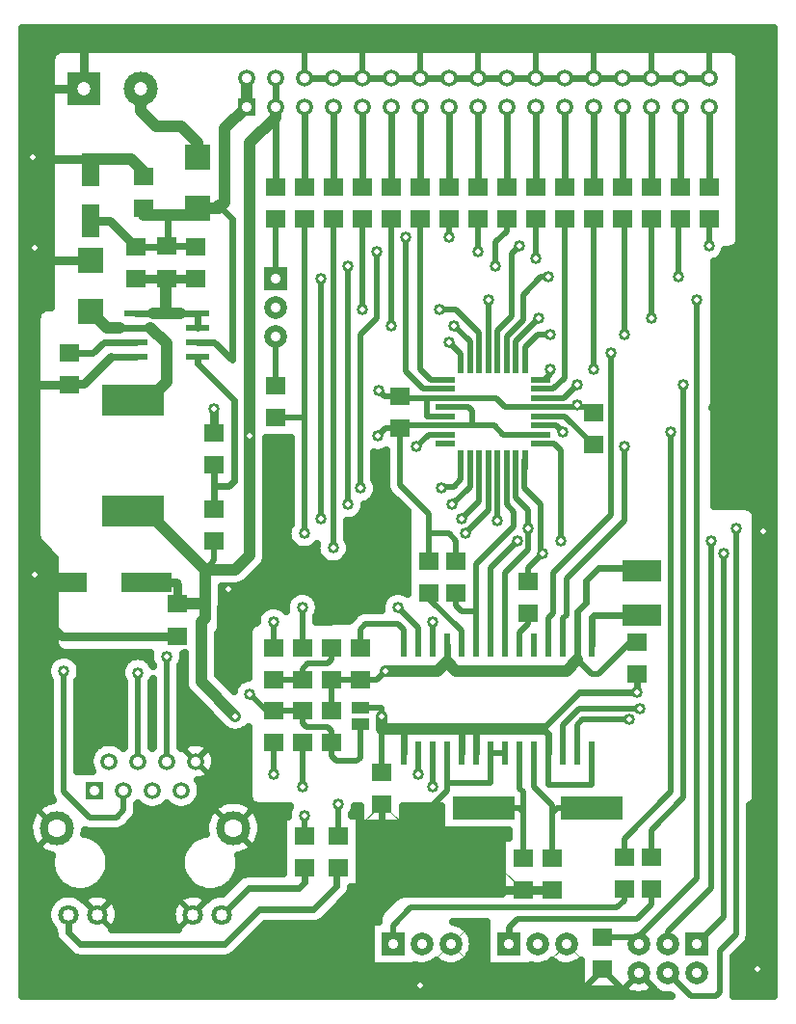
<source format=gbr>
G04 DipTrace 3.0.0.1*
G04 Top.gbr*
%MOMM*%
G04 #@! TF.FileFunction,Copper,L1,Top*
G04 #@! TF.Part,Single*
%ADD47C,0.48567*%
%ADD49C,0.9*%
%ADD50C,1.6*%
%ADD51C,1.02*%
%ADD52C,0.889*%
%ADD53C,1.2*%
G04 #@! TA.AperFunction,Conductor*
%ADD13C,0.6*%
%ADD14C,1.0*%
%ADD15C,0.8*%
%ADD16C,0.5*%
G04 #@! TA.AperFunction,CopperBalancing*
%ADD17C,0.635*%
%ADD19C,0.03333*%
%ADD21R,1.6X2.95*%
%ADD22R,1.8X1.6*%
%ADD23R,3.4X1.9*%
%ADD25R,4.4X1.8*%
%ADD27R,1.7X0.5*%
%ADD28R,0.5X1.7*%
%ADD29R,0.6X2.0*%
G04 #@! TA.AperFunction,ComponentPad*
%ADD30R,1.5X1.5*%
%ADD31C,1.5*%
%ADD32C,3.0*%
%ADD33C,1.8*%
%ADD34R,5.4X2.8*%
%ADD35R,1.55X1.0*%
%ADD36R,2.0X0.6*%
%ADD38R,2.2X2.3*%
G04 #@! TA.AperFunction,ComponentPad*
%ADD39R,1.4986X1.4986*%
%ADD40C,1.4986*%
%ADD41R,2.0X2.0*%
%ADD42C,2.0*%
%ADD43R,3.0X3.0*%
%ADD45R,5.5X2.0*%
G04 #@! TA.AperFunction,ViaPad*
%ADD46C,1.016X0.48567*%
%FSLAX35Y35*%
G04*
G71*
G90*
G75*
G01*
G04 Top*
%LPD*%
X2809873Y-1015960D2*
D13*
Y-1720250D1*
X2809877D1*
X1397197Y-1905157D2*
D14*
Y-1968657D1*
X1613803D1*
X1815443D1*
X1873447Y-1910653D1*
X2058513D1*
X2111373Y-1857793D1*
Y-1206500D1*
X2301873Y-1016000D1*
Y-761960D1*
X1333697Y-2244390D2*
D13*
X1597817D1*
X1600693Y-2241513D1*
X1854693D1*
X1857570Y-2244390D1*
X1613803Y-1968657D2*
Y-2228403D1*
X1600693Y-2241513D1*
X1873640Y-3080047D2*
X2016880D1*
X2175103Y-3238270D1*
Y-2000480D1*
X2058513Y-1883890D1*
D14*
Y-1910653D1*
X1333697Y-2244390D2*
D15*
X1105643Y-2016337D1*
X936723D1*
X2555873Y-1015960D2*
D13*
Y-761960D1*
Y-1015960D2*
Y-1720250D1*
X2555877D1*
X1301887Y-4568127D2*
D14*
X1424877D1*
X1936750Y-5080000D1*
X2206623D1*
X2333623Y-4953000D1*
Y-3909310D1*
Y-1333503D1*
X2555873Y-1111253D1*
Y-1015960D1*
X1936750Y-5080000D2*
Y-5509203D1*
Y-5382190D1*
X1698803D1*
X2016127Y-4826000D2*
D16*
Y-5000623D1*
X1936750Y-5080000D1*
X3905250Y-5003500D2*
Y-4776653D1*
Y-4587873D1*
X3651250Y-4333873D1*
Y-3841750D1*
X4143373Y-5003500D2*
Y-4826000D1*
X4079873Y-4762500D1*
X3919403D1*
X3905250Y-4776653D1*
X1936750Y-5509203D2*
D14*
X1904763Y-5541190D1*
Y-6064450D1*
X2206857Y-6366543D1*
X3492500D2*
Y-6477000D1*
X3683000D1*
X4191000D1*
X4307960D1*
X4905377D1*
D13*
X4953000Y-6524623D1*
Y-6686750D1*
X3683000D2*
Y-6477000D1*
X4191000Y-6686750D2*
Y-6477000D1*
X4318000Y-6686750D2*
Y-6487040D1*
X4307960Y-6477000D1*
X4905377D2*
X5222877Y-6159500D1*
X5730877D1*
Y-6000750D1*
X4048123Y-3813127D2*
D16*
X4286250D1*
X4479877D1*
X4559877Y-3893127D1*
X4888123D1*
X4048123Y-3813127D2*
X3679873D1*
X3651250Y-3841750D1*
X3524250D1*
X3456690Y-3909310D1*
X4048123Y-3653127D2*
X4256377D1*
X4286250Y-3683000D1*
Y-3813127D1*
X3492500Y-6858000D2*
Y-6477000D1*
X4953000Y-6686750D2*
Y-6969857D1*
X5334560D1*
Y-6687310D1*
X5334000Y-6686750D1*
X3302000Y-6290873D2*
X3492500D1*
Y-6366543D1*
X1698803Y-5382190D2*
D15*
Y-5207547D1*
X1682927Y-5191670D1*
X1422697D1*
X3063877Y-1720250D2*
D13*
Y-1015960D1*
X3063873D1*
X3317877Y-1720250D2*
Y-1015960D1*
X3317873D1*
X3571877Y-1720250D2*
Y-1015960D1*
X3571873D1*
X3825877Y-1720250D2*
Y-1015960D1*
X3825873D1*
X4079877Y-1720250D2*
Y-1015960D1*
X4079873D1*
X4333877Y-1720250D2*
Y-1015960D1*
X4333873D1*
X4587877Y-1720250D2*
Y-1015960D1*
X4587873D1*
X4841877Y-1720250D2*
Y-1015960D1*
X4841873D1*
X5095873Y-1720250D2*
Y-1015960D1*
X5349877Y-1720250D2*
Y-1015960D1*
X5349873D1*
X5603877Y-1720250D2*
Y-1015960D1*
X5603873D1*
X5857877Y-1720250D2*
Y-1015960D1*
X5857873D1*
X6365877Y-1720250D2*
Y-1015960D1*
X6365873D1*
X1333640Y-2953047D2*
X1079600D1*
X936723Y-2810170D1*
X1333640Y-2953047D2*
X1460797D1*
D14*
X1603373Y-3095623D1*
Y-3429003D1*
X1444250Y-3588127D1*
X1301887D1*
X1333640Y-2953047D2*
D13*
X1183640D1*
D14*
X1079600D1*
X936723Y-2810170D1*
X4604233Y-8367003D2*
D13*
Y-8224113D1*
D16*
X4683617Y-8144730D1*
X5731477D1*
X5857877Y-8018330D1*
Y-7884127D1*
X2555873Y-3466500D2*
Y-3032123D1*
Y-2524123D2*
X2555877D1*
Y-2000250D1*
X2809877D2*
Y-3746500D1*
Y-4763000D1*
X4223193D2*
X4428123Y-4558070D1*
Y-4113127D1*
X2555873Y-3746500D2*
X2809877D1*
X5429820Y-8589277D2*
D13*
X5271053Y-8748043D1*
X5747407Y-8621003D2*
X5604477Y-8763933D1*
X5429820Y-8589277D1*
X5747407Y-8621003D2*
X5874367Y-8747963D1*
Y-8795673D1*
X5207000Y-5746750D2*
Y-5446243D1*
X5286930Y-5366313D1*
Y-5174697D1*
X5397500Y-5064127D1*
X5755750D1*
D16*
X5778500Y-5086877D1*
X4888123Y-3653127D2*
X5190177D1*
X5207547D1*
X5301253D1*
X5349877Y-3701750D1*
X3302000Y-6045500D2*
X3048000D1*
Y-6318250D1*
X4048123Y-3573127D2*
X4493877D1*
X4573877Y-3653127D1*
X4888123D1*
X4048123Y-3573127D2*
X3889377D1*
Y-3733127D1*
X4048123D1*
X5207000Y-5746750D2*
D13*
Y-5873750D1*
D14*
X5111750Y-5969000D1*
X4143377D1*
X4064000Y-5889623D1*
D13*
Y-5746750D1*
X5207000Y-5873750D2*
D16*
X5334000Y-6000750D1*
X5397500D1*
X5677500Y-5720750D1*
X5730877D1*
X3302000Y-6045500D2*
X3447750D1*
X3524250Y-5969000D1*
D14*
X3984623D1*
X4064000Y-5889623D1*
X2809873Y-761960D2*
D13*
X3063873D1*
X3317873D1*
X3571873D1*
X3825873D1*
X4079873D1*
X4333873D2*
X4079873D1*
X4587873D2*
X4333873D1*
X4841873D2*
X4587873D1*
X5095873D2*
X4841873D1*
X5349873D2*
X5095873D1*
X5603873D2*
X5349873D1*
X5857873D2*
X5603873D1*
X6111873D2*
X5857873D1*
X6365873D2*
X6111873D1*
X1397197Y-1625157D2*
D14*
Y-1587657D1*
X1286070Y-1476530D1*
X936723D1*
X920950D1*
D15*
X492177D1*
X936723Y-2360170D2*
X566107D1*
X476300Y-2270363D1*
X444547Y-2254487D1*
X1333640Y-3207047D2*
D13*
X1111407D1*
D15*
X873217Y-3445237D1*
X756300D1*
X746203Y-3455333D1*
X470520D1*
X412793Y-3397607D1*
X2016127Y-3879250D2*
Y-3667720D1*
X2016337Y-3667510D1*
X1698803Y-5662190D2*
Y-5667970D1*
X682697D1*
X444547Y-5429820D1*
X3651250Y-3561750D2*
D16*
X3514120D1*
X3461113Y-3508743D1*
X3889377Y-3573127D2*
X3662627D1*
X3651250Y-3561750D1*
X5207547Y-3635757D2*
Y-3653127D1*
X5190177D2*
X5207547Y-3635757D1*
X3524620Y-5969627D2*
X3524250Y-5969000D1*
X4572000Y-6686750D2*
X4445000D1*
Y-6953980D1*
X4064427D1*
Y-6687177D1*
X4064000Y-6686750D1*
X4064427Y-6953980D2*
Y-7017487D1*
X3937413Y-7144500D1*
X4985247Y-7890703D2*
D15*
X4731247D1*
X4461343D1*
X993477Y-8109487D2*
D16*
Y-8103853D1*
X1127243Y-7970087D1*
X993477Y-8106223D2*
X857340Y-7970087D1*
X993477Y-8109487D2*
X996740D1*
X1127243Y-8239990D1*
X1832477Y-8109487D2*
Y-8103760D1*
X1682927Y-7954210D1*
X1832477Y-8106317D2*
X1968707Y-7970087D1*
X1832477Y-8109487D2*
X1829307D1*
X1698803Y-8239990D1*
X638477Y-7347487D2*
X396917Y-7589047D1*
X638477Y-7347487D2*
X631657D1*
X381040Y-7096870D1*
X2187477Y-7347487D2*
X2194390D1*
X2365623Y-7176253D1*
X2187477Y-7347487D2*
X2187570D1*
X2349747Y-7509663D1*
X2187477Y-7347393D2*
X2000460Y-7160377D1*
X2809873Y-761960D2*
Y-460423D1*
X3317873D1*
X3825873D1*
X4333873D1*
X4841873D1*
X5349873D1*
X5857873D1*
X6366543D1*
Y-761290D1*
X6365873Y-761960D1*
X5857873D2*
Y-460423D1*
X5349873Y-761960D2*
Y-460423D1*
X4841873Y-761960D2*
Y-460423D1*
X4333873Y-761960D2*
Y-460423D1*
X3825873Y-761960D2*
Y-460423D1*
X3317873Y-761960D2*
Y-460423D1*
X1857477Y-6763487D2*
Y-6762853D1*
X1746250Y-6651627D1*
X1857477Y-6762647D2*
X1984373Y-6635750D1*
X1858110Y-6763487D2*
X2000250Y-6905627D1*
X3492500Y-7138000D2*
D13*
X3492867Y-7138367D1*
Y-7414403D1*
X3524620D1*
X873127Y-857250D2*
D15*
X873037Y-857340D1*
X476300D1*
X873217Y-857160D2*
Y-444547D1*
X936723Y-1566337D2*
Y-1476530D1*
X682697Y-5191670D2*
X619190Y-5128163D1*
X444547D1*
X3571877Y-2000250D2*
D16*
Y-2936877D1*
X4127503D2*
X4268123Y-3077497D1*
Y-3273127D1*
X4188123D2*
Y-3187893D1*
X4080303Y-3080073D1*
X5509203Y-3175333D2*
Y-4603173D1*
X5001150Y-5111227D1*
Y-5461573D1*
X4953520Y-5509203D1*
Y-5746230D1*
X4953000Y-5746750D1*
X3825877Y-2000250D2*
Y-3317877D1*
X3921127Y-3413127D1*
X4048123D1*
X4079877Y-2000250D2*
Y-2159227D1*
X3699263D2*
Y-3334137D1*
X3858253Y-3493127D1*
X4048123D1*
X4333877Y-2000250D2*
Y-2286000D1*
X3445237D2*
Y-2873677D1*
X3302000Y-3016913D1*
Y-4366083D1*
X4016797D2*
Y-4350207D1*
X4127933D1*
X4188123Y-4290017D1*
Y-4113127D1*
X4268123D2*
Y-4352907D1*
X4112057Y-4508973D1*
X3191210D2*
Y-2413253D1*
X4493097D2*
Y-2206857D1*
X4588357Y-2111597D1*
Y-2000730D1*
X4587877Y-2000250D1*
X4348123Y-4113127D2*
Y-4479303D1*
X4191440Y-4635987D1*
X2952750D2*
Y-2524390D1*
X4842383Y-2349747D2*
Y-2000757D1*
X4841877Y-2000250D1*
X3063877D2*
Y-4890013D1*
X4508123Y-4652713D2*
Y-4113127D1*
X3317877Y-2000250D2*
Y-2794000D1*
X4000500D2*
X4143517D1*
X4348123Y-2998607D1*
Y-3273127D1*
X4888123Y-3413127D2*
X4921247D1*
X4968873Y-3365500D1*
Y-3317873D1*
X5349877D2*
Y-2000250D1*
X4748123Y-3273127D2*
Y-3125877D1*
X4857750Y-3016250D1*
X4968873D1*
X5619750D2*
Y-2000250D1*
X5603877D1*
X4668123Y-3273127D2*
Y-3078877D1*
X4873323Y-2873677D1*
X5857877D2*
Y-2000250D1*
X5095873D2*
Y-3397253D1*
X5000000Y-3493127D1*
X4888123D1*
X4588123Y-3273127D2*
Y-3031877D1*
X4730750Y-2889250D1*
Y-2667000D1*
X4889237Y-2508513D1*
X4953520D1*
X6096640D2*
Y-2000250D1*
X6111877D1*
X4508123Y-3273127D2*
Y-2984877D1*
X4635500Y-2857500D1*
Y-2302607D1*
X4699730Y-2238377D1*
X6365873D2*
Y-2000250D1*
X6365877D1*
X4888123Y-3733127D2*
X5101253D1*
X5349877Y-3981750D1*
X4318000Y-5746750D2*
Y-5445123D1*
Y-5032373D1*
X4651373Y-4699000D1*
Y-4571997D1*
X4588123Y-4508747D1*
Y-4113127D1*
X4143373Y-5283500D2*
Y-5397497D1*
X4191000Y-5445123D1*
X4318000D1*
X4445000Y-5746750D2*
Y-5064123D1*
X4683123Y-4826000D1*
X6381750D2*
Y-7874000D1*
X6001407Y-8254343D1*
Y-8367003D1*
X4888123Y-3973127D2*
X5005000D1*
X5064127Y-4032253D1*
Y-4826000D1*
X4572000Y-5746750D2*
Y-5111750D1*
X4778373Y-4905377D1*
Y-4714873D1*
Y-4556123D1*
X4667250Y-4445000D1*
Y-4114000D1*
X4668123Y-4113127D1*
X6604000Y-4714873D2*
Y-8286753D1*
X6461127Y-8429627D1*
Y-8794747D1*
X6429373Y-8826500D1*
X6206903D1*
X6001407Y-8621003D1*
X4699000Y-5746750D2*
Y-5635623D1*
X4778373Y-5556250D1*
Y-5461000D1*
Y-5181000D2*
Y-5064127D1*
X4889500Y-4953000D1*
Y-4508500D1*
X4746627Y-4365627D1*
Y-4114623D1*
X4748123Y-4113127D1*
X4889500Y-4953000D2*
X4907513Y-4934987D1*
X6492873D2*
Y-8129537D1*
X6255407Y-8367003D1*
X2810170Y-7700183D2*
D13*
Y-7827197D1*
X2762540Y-7874827D1*
X2321137D1*
X2086477Y-8109487D1*
X5747407Y-8367003D2*
D16*
Y-8301967D1*
X6255407Y-7793967D1*
Y-2714910D1*
X4429127D2*
Y-3272123D1*
X4428123Y-3273127D1*
X5429820Y-8309277D2*
X5689680D1*
X5747407Y-8367003D1*
X3588180D2*
Y-8208183D1*
X3746893Y-8049470D1*
X5556833D1*
X5619750Y-7986553D1*
Y-7884127D1*
X4888123Y-3813127D2*
X5019627D1*
X5080000Y-3873500D1*
X6032500D2*
Y-7032627D1*
X5619750Y-7445377D1*
Y-7604127D1*
X4888123Y-3573127D2*
X5094623D1*
X5207000Y-3460750D1*
X6143623D2*
Y-7080253D1*
X5857877Y-7366000D1*
Y-7604127D1*
X2540000Y-6873873D2*
Y-6601127D1*
X3810000Y-6873873D2*
Y-6686750D1*
X3937000Y-6985000D2*
Y-6686750D1*
X2794857Y-6985000D2*
Y-6601983D1*
X2794000Y-6601127D1*
X1333697Y-2524390D2*
D15*
X1597817D1*
X1600693Y-2521513D1*
X1857570Y-2524390D2*
X1600693D1*
X1873640Y-2953047D2*
D13*
Y-2826047D1*
X1333640D2*
X1483640D1*
D14*
X1597337D1*
X1723640D1*
D13*
X1873640D1*
X1597337D2*
D14*
Y-2524870D1*
X1600693Y-2521513D1*
X4731247Y-7610703D2*
D16*
Y-7207747D1*
X4699000Y-7175500D1*
X4384000D1*
X4731247Y-7207747D2*
Y-7033123D1*
X4699000Y-7000877D1*
Y-6686750D1*
X2016127Y-4546000D2*
D13*
Y-4349750D1*
Y-4159250D1*
X1873640Y-3207047D2*
Y-3270787D1*
X2190750Y-3587897D1*
Y-4301667D1*
X2142667Y-4349750D1*
X2016127D1*
X4985247Y-7610703D2*
D16*
Y-7222630D1*
X5032377Y-7175500D1*
X5334000D1*
X4985247Y-7222630D2*
Y-7144247D1*
X4826000Y-6985000D1*
Y-6686750D1*
X1373127Y-857250D2*
D14*
Y-1055630D1*
X1508123Y-1190627D1*
X1730377D1*
X1873447Y-1333697D1*
Y-1460653D1*
X1333640Y-3080047D2*
D13*
X1047887D1*
X952600Y-3175333D1*
X746203D1*
X5334000Y-5746750D2*
Y-5493887D1*
X5351010Y-5476877D1*
X5778500D1*
X4048123Y-3893127D2*
D16*
X3902317D1*
X3794523Y-4000920D1*
X5620340D2*
Y-4650787D1*
X5112287Y-5158840D1*
Y-5477450D1*
X5080533Y-5509203D1*
Y-5746217D1*
X5080000Y-5746750D1*
X3905250Y-5283500D2*
Y-5334000D1*
X4191000Y-5619750D1*
Y-5746750D1*
X3302000Y-5765500D2*
Y-5603873D1*
X3349623Y-5556250D1*
X3635377D1*
X3683000Y-5603873D1*
Y-5746750D1*
X2794000Y-6045500D2*
X2540000D1*
X2794000D2*
Y-5953127D1*
X2841627Y-5905500D1*
X3016250D1*
X3048000Y-5873750D1*
Y-5765500D1*
X2794000D2*
Y-5413377D1*
X3635377D2*
X3810000Y-5588000D1*
Y-5746750D1*
X698573Y-5969627D2*
Y-7033363D1*
X920847Y-7255637D1*
X1158997D1*
X1222503Y-7192130D1*
Y-7017513D1*
X1222477Y-7017487D1*
X3937000Y-5746750D2*
Y-5540377D1*
X2540000D2*
Y-5765500D1*
X1603377Y-5842000D2*
Y-6763387D1*
X1603477Y-6763487D1*
X3048000Y-6598250D2*
Y-6715123D1*
X3095627Y-6762750D1*
X3270250D1*
X3302000Y-6731000D1*
Y-6440873D1*
X2794000Y-6321127D2*
Y-6429377D1*
X2825750Y-6461127D1*
X3016253D1*
X3048000Y-6492873D1*
Y-6598250D1*
X2540000Y-6321127D2*
X2794000D1*
X1349477Y-6763487D2*
Y-5984877D1*
X2333623Y-6175373D2*
X2479377Y-6321127D1*
X2540000D1*
X739477Y-8109487D2*
D13*
Y-8265017D1*
X841463Y-8367003D1*
X2111597D1*
X2413253Y-8065347D1*
X2889553D1*
X3095950Y-7858950D1*
Y-7710280D1*
X3108937Y-7697293D1*
X6111873Y-1015960D2*
Y-1720250D1*
X6111877D1*
X3108937Y-7417293D2*
D16*
Y-7143750D1*
X5667377Y-6397627D2*
X5254623D1*
X5207000Y-6445250D1*
Y-6686750D1*
X2810170Y-7420183D2*
Y-7239000D1*
X5762623Y-6302373D2*
X5222877D1*
X5080000Y-6445250D1*
Y-6686750D1*
D46*
X2206857Y-6366543D3*
X3492500D3*
X5730877Y-6159500D3*
X3456690Y-3909310D3*
X2333623D3*
X3492500Y-6366543D3*
X2809877Y-4763000D3*
X4223193D3*
X3571877Y-2936877D3*
X4127503D3*
X4080303Y-3080073D3*
X5509203Y-3175333D3*
X4079877Y-2159227D3*
X3699263D3*
X4333877Y-2286000D3*
X3445237D3*
X3302000Y-4366083D3*
X4016797D3*
X4112057Y-4508973D3*
X3191210D3*
Y-2413253D3*
X4493097D3*
X4191440Y-4635987D3*
X2952750D3*
Y-2524390D3*
X4842383Y-2349747D3*
X3063877Y-4890013D3*
X4508123Y-4652713D3*
X3317877Y-2794000D3*
X4000500D3*
X4968873Y-3317873D3*
X5349877D3*
X4968873Y-3016250D3*
X5619750D3*
X4873323Y-2873677D3*
X5857877D3*
X4953520Y-2508513D3*
X6096640D3*
X4699730Y-2238377D3*
X6365873D3*
X4683123Y-4826000D3*
X6381750D3*
X5064127D3*
X6604000Y-4714873D3*
X4778373D3*
X4907513Y-4934987D3*
X6492873D3*
X6255407Y-2714910D3*
X4429127D3*
X5080000Y-3873500D3*
X6032500D3*
X5207000Y-3460750D3*
X6143623D3*
X2540000Y-6873873D3*
X3810000D3*
X3937000Y-6985000D3*
X2794857D3*
X3794523Y-4000920D3*
X5620340D3*
X2794000Y-5413377D3*
X3635377D3*
X698573Y-5969627D3*
X2794000Y-5413377D3*
X3937000Y-5540377D3*
X2540000D3*
X1603377Y-5842000D3*
X1349477Y-5984877D3*
X2333623Y-6175373D3*
X3108937Y-7143750D3*
X5667377Y-6397627D3*
X2810170Y-7239000D3*
X5762623Y-6302373D3*
X2016337Y-3667510D3*
X3461113Y-3508743D3*
X6842843Y-4747123D3*
X6795213Y-8589277D3*
X444547Y-5128163D3*
Y-2254487D3*
X428670Y-1460653D3*
X5207547Y-3635757D3*
X3524620Y-5969627D3*
X2143350Y-5255177D3*
X3826277Y-8732167D3*
X342287Y-383167D2*
D17*
X6928500D1*
X342287Y-446333D2*
X6928500D1*
X342287Y-509500D2*
X666930D1*
X6556977D2*
X6928500D1*
X342287Y-572667D2*
X587183D1*
X6636723D2*
X6928500D1*
X342287Y-635833D2*
X582097D1*
X6641807D2*
X6928500D1*
X342287Y-699000D2*
X582097D1*
X6641807D2*
X6928500D1*
X342287Y-762167D2*
X582097D1*
X6641807D2*
X6928500D1*
X342287Y-825333D2*
X582097D1*
X6641807D2*
X6928500D1*
X342287Y-888500D2*
X582097D1*
X6641807D2*
X6928500D1*
X342287Y-951667D2*
X582097D1*
X6641807D2*
X6928500D1*
X342287Y-1014833D2*
X582097D1*
X6641807D2*
X6928500D1*
X342287Y-1078000D2*
X582097D1*
X6641807D2*
X6928500D1*
X342287Y-1141167D2*
X582097D1*
X6641807D2*
X6928500D1*
X342287Y-1204333D2*
X582097D1*
X6641807D2*
X6928500D1*
X342287Y-1267500D2*
X582097D1*
X6641807D2*
X6928500D1*
X342287Y-1330667D2*
X582097D1*
X6641807D2*
X6928500D1*
X342287Y-1393833D2*
X582097D1*
X6641807D2*
X6928500D1*
X342287Y-1457000D2*
X582097D1*
X6641807D2*
X6928500D1*
X342287Y-1520167D2*
X582097D1*
X6641807D2*
X6928500D1*
X342287Y-1583333D2*
X582097D1*
X6641807D2*
X6928500D1*
X342287Y-1646500D2*
X582097D1*
X6641807D2*
X6928500D1*
X342287Y-1709667D2*
X582097D1*
X6641807D2*
X6928500D1*
X342287Y-1772833D2*
X582097D1*
X6641807D2*
X6928500D1*
X342287Y-1836000D2*
X582097D1*
X6641807D2*
X6928500D1*
X342287Y-1899167D2*
X582097D1*
X6641807D2*
X6928500D1*
X342287Y-1962333D2*
X582097D1*
X6641807D2*
X6928500D1*
X342287Y-2025500D2*
X582097D1*
X6641807D2*
X6928500D1*
X342287Y-2088667D2*
X582097D1*
X6641807D2*
X6928500D1*
X342287Y-2151833D2*
X582097D1*
X6641807D2*
X6928500D1*
X342287Y-2215000D2*
X582097D1*
X6633003D2*
X6928500D1*
X342287Y-2278167D2*
X582097D1*
X6511707D2*
X6928500D1*
X342287Y-2341333D2*
X582097D1*
X6474500D2*
X6928500D1*
X342287Y-2404500D2*
X582097D1*
X6419557D2*
X6928500D1*
X342287Y-2467667D2*
X582097D1*
X6419557D2*
X6928500D1*
X342287Y-2530833D2*
X582097D1*
X6419557D2*
X6928500D1*
X342287Y-2594000D2*
X582097D1*
X6419557D2*
X6928500D1*
X342287Y-2657167D2*
X582097D1*
X6419557D2*
X6928500D1*
X342287Y-2720333D2*
X582097D1*
X6419557D2*
X6928500D1*
X342287Y-2783500D2*
X521823D1*
X6419557D2*
X6928500D1*
X342287Y-2846667D2*
X458943D1*
X6419557D2*
X6928500D1*
X342287Y-2909833D2*
X455097D1*
X6419557D2*
X6928500D1*
X342287Y-2973000D2*
X455097D1*
X6419557D2*
X6928500D1*
X342287Y-3036167D2*
X455097D1*
X6419557D2*
X6928500D1*
X342287Y-3099333D2*
X455097D1*
X6419557D2*
X6928500D1*
X342287Y-3162500D2*
X455097D1*
X6419557D2*
X6928500D1*
X342287Y-3225667D2*
X455097D1*
X6419557D2*
X6928500D1*
X342287Y-3288833D2*
X455097D1*
X6419557D2*
X6928500D1*
X342287Y-3352000D2*
X455097D1*
X6419557D2*
X6928500D1*
X342287Y-3415167D2*
X455097D1*
X6419557D2*
X6928500D1*
X342287Y-3478333D2*
X455097D1*
X6419557D2*
X6928500D1*
X342287Y-3541500D2*
X455097D1*
X6419557D2*
X6928500D1*
X342287Y-3604667D2*
X455097D1*
X6419557D2*
X6928500D1*
X342287Y-3667833D2*
X455097D1*
X6406783D2*
X6928500D1*
X342287Y-3731000D2*
X455097D1*
X6419557D2*
X6928500D1*
X342287Y-3794167D2*
X455097D1*
X6419557D2*
X6928500D1*
X342287Y-3857333D2*
X455097D1*
X6419557D2*
X6928500D1*
X342287Y-3920500D2*
X455097D1*
X6419557D2*
X6928500D1*
X342287Y-3983667D2*
X455097D1*
X2484293D2*
X2684293D1*
X6419557D2*
X6928500D1*
X342287Y-4046833D2*
X455097D1*
X2484293D2*
X2684293D1*
X6419557D2*
X6928500D1*
X342287Y-4110000D2*
X455097D1*
X2484293D2*
X2684293D1*
X3427617D2*
X3525670D1*
X6419557D2*
X6928500D1*
X342287Y-4173167D2*
X455097D1*
X2484293D2*
X2684293D1*
X3427617D2*
X3525670D1*
X6419557D2*
X6928500D1*
X342287Y-4236333D2*
X455097D1*
X2484293D2*
X2684293D1*
X3427617D2*
X3525670D1*
X6419557D2*
X6928500D1*
X342287Y-4299500D2*
X455097D1*
X2484293D2*
X2684293D1*
X3437290D2*
X3525670D1*
X6419557D2*
X6928500D1*
X342287Y-4362667D2*
X455097D1*
X2484293D2*
X2684293D1*
X3453413D2*
X3529143D1*
X6419557D2*
X6928500D1*
X342287Y-4425833D2*
X455097D1*
X2484293D2*
X2684293D1*
X3440513D2*
X3568210D1*
X6419557D2*
X6928500D1*
X342287Y-4489000D2*
X455097D1*
X2484293D2*
X2684293D1*
X3385450D2*
X3631337D1*
X6419557D2*
X6928500D1*
X342287Y-4552167D2*
X455097D1*
X2484293D2*
X2684293D1*
X3336087D2*
X3694467D1*
X6755787D2*
X6928500D1*
X342287Y-4615333D2*
X455097D1*
X2484293D2*
X2684293D1*
X3296277D2*
X3709720D1*
X6784560D2*
X6928500D1*
X342287Y-4678500D2*
X455097D1*
X2484293D2*
X2684293D1*
X3189490D2*
X3709720D1*
X6784683D2*
X6928500D1*
X342287Y-4741667D2*
X455097D1*
X2484293D2*
X2659987D1*
X3189490D2*
X3709720D1*
X6784683D2*
X6928500D1*
X342287Y-4804833D2*
X458693D1*
X2484293D2*
X2664573D1*
X3189490D2*
X3709720D1*
X6784683D2*
X6928500D1*
X342287Y-4868000D2*
X505080D1*
X2484293D2*
X2703393D1*
X3213677D2*
X3709720D1*
X6784683D2*
X6928500D1*
X342287Y-4931167D2*
X568330D1*
X2484293D2*
X2918450D1*
X3209337D2*
X3709720D1*
X6784683D2*
X6928500D1*
X342287Y-4994333D2*
X613847D1*
X2478217D2*
X2956650D1*
X3171013D2*
X3709720D1*
X6784683D2*
X6928500D1*
X342287Y-5057500D2*
X613847D1*
X2439523D2*
X3709720D1*
X6784683D2*
X6928500D1*
X342287Y-5120667D2*
X613847D1*
X2376393D2*
X3709720D1*
X6784683D2*
X6928500D1*
X342287Y-5183833D2*
X613847D1*
X2313143D2*
X3709720D1*
X6784683D2*
X6928500D1*
X342287Y-5247000D2*
X613723D1*
X2087420D2*
X3709720D1*
X6784683D2*
X6928500D1*
X342287Y-5310167D2*
X613723D1*
X2087420D2*
X2685660D1*
X2902377D2*
X3527033D1*
X6784683D2*
X6928500D1*
X342287Y-5373333D2*
X613723D1*
X2087420D2*
X2648203D1*
X2939833D2*
X3489580D1*
X6784683D2*
X6928500D1*
X342287Y-5436500D2*
X613723D1*
X2087420D2*
X2432403D1*
X2943553D2*
X3485733D1*
X6784683D2*
X6928500D1*
X342287Y-5499667D2*
X613723D1*
X2087420D2*
X2394327D1*
X2919617D2*
X3231113D1*
X6784683D2*
X6928500D1*
X342287Y-5562833D2*
X613723D1*
X2087297D2*
X2347693D1*
X6784683D2*
X6928500D1*
X342287Y-5626000D2*
X613723D1*
X2069437D2*
X2313217D1*
X6784683D2*
X6928500D1*
X342287Y-5689167D2*
X613723D1*
X2055420D2*
X2312597D1*
X6784683D2*
X6928500D1*
X342287Y-5752333D2*
X621413D1*
X2055420D2*
X2312597D1*
X6784683D2*
X6928500D1*
X342287Y-5815500D2*
X1454353D1*
X2055420D2*
X2312597D1*
X6784683D2*
X6928500D1*
X342287Y-5878667D2*
X579243D1*
X817917D2*
X1244257D1*
X2055420D2*
X2312597D1*
X6784683D2*
X6928500D1*
X342287Y-5941833D2*
X549850D1*
X847310D2*
X1204570D1*
X1728990D2*
X1754090D1*
X2055420D2*
X2312597D1*
X6784683D2*
X6928500D1*
X342287Y-6005000D2*
X551463D1*
X845697D2*
X1199487D1*
X1728990D2*
X1754090D1*
X2055670D2*
X2312597D1*
X6784683D2*
X6928500D1*
X342287Y-6068167D2*
X572920D1*
X824240D2*
X1223793D1*
X1728990D2*
X1754090D1*
X2118920D2*
X2229500D1*
X6784683D2*
X6928500D1*
X342287Y-6131333D2*
X572920D1*
X824240D2*
X1223793D1*
X1728990D2*
X1770613D1*
X6784683D2*
X6928500D1*
X342287Y-6194500D2*
X572920D1*
X824240D2*
X1223793D1*
X1728990D2*
X1824440D1*
X6784683D2*
X6928500D1*
X342287Y-6257667D2*
X572920D1*
X824240D2*
X1223793D1*
X1728990D2*
X1887567D1*
X6784683D2*
X6928500D1*
X342287Y-6320833D2*
X572920D1*
X824240D2*
X1223793D1*
X1728990D2*
X1950697D1*
X6784683D2*
X6928500D1*
X342287Y-6384000D2*
X572920D1*
X824240D2*
X1223793D1*
X1728990D2*
X2013947D1*
X6784683D2*
X6928500D1*
X342287Y-6447167D2*
X572920D1*
X824240D2*
X1223793D1*
X1728990D2*
X2077077D1*
X6784683D2*
X6928500D1*
X342287Y-6510333D2*
X572920D1*
X824240D2*
X1223793D1*
X1728990D2*
X2181130D1*
X2232520D2*
X2312597D1*
X6784683D2*
X6928500D1*
X342287Y-6573500D2*
X572920D1*
X824240D2*
X1223793D1*
X1728990D2*
X2312597D1*
X6784683D2*
X6928500D1*
X342287Y-6636667D2*
X572920D1*
X824240D2*
X976987D1*
X1975923D2*
X2312597D1*
X6784683D2*
X6928500D1*
X342287Y-6699833D2*
X572920D1*
X824240D2*
X932217D1*
X2020693D2*
X2312597D1*
X6784683D2*
X6928500D1*
X342287Y-6763000D2*
X572920D1*
X824240D2*
X919813D1*
X2033097D2*
X2312597D1*
X6784683D2*
X6928500D1*
X342287Y-6826167D2*
X572920D1*
X824240D2*
X931843D1*
X2021067D2*
X2312597D1*
X6784683D2*
X6928500D1*
X342287Y-6889333D2*
X572920D1*
X1977037D2*
X2312597D1*
X6784683D2*
X6928500D1*
X342287Y-6952500D2*
X572920D1*
X1893200D2*
X2312597D1*
X6784683D2*
X6928500D1*
X342287Y-7015667D2*
X572920D1*
X1906097D2*
X2312597D1*
X6784683D2*
X6928500D1*
X342287Y-7078833D2*
X581973D1*
X1894563D2*
X2313587D1*
X6783690D2*
X6928500D1*
X342287Y-7142000D2*
X499993D1*
X1851527D2*
X2049047D1*
X2325917D2*
X2352370D1*
X6744997D2*
X6928500D1*
X342287Y-7205167D2*
X433517D1*
X1347370D2*
X1982570D1*
X2392393D2*
X2662713D1*
X3246790D2*
X3301807D1*
X3683103D2*
X4008370D1*
X6729617D2*
X6928500D1*
X342287Y-7268333D2*
X401023D1*
X1320583D2*
X1950077D1*
X2424887D2*
X2619553D1*
X3683103D2*
X4008370D1*
X6729617D2*
X6928500D1*
X342287Y-7331500D2*
X388440D1*
X1258200D2*
X1937300D1*
X2437537D2*
X2619553D1*
X3299623D2*
X4008370D1*
X6729617D2*
X6928500D1*
X342287Y-7394667D2*
X392403D1*
X884517D2*
X1941393D1*
X2433570D2*
X2619553D1*
X3299623D2*
X4605667D1*
X6729617D2*
X6928500D1*
X342287Y-7457833D2*
X414170D1*
X1015360D2*
X1810673D1*
X2411740D2*
X2619553D1*
X3299623D2*
X4540553D1*
X6729617D2*
X6928500D1*
X342287Y-7521000D2*
X460183D1*
X1068443D2*
X1757590D1*
X2365727D2*
X2619553D1*
X3299623D2*
X4540553D1*
X6729617D2*
X6928500D1*
X342287Y-7584167D2*
X571680D1*
X1095357D2*
X1730553D1*
X2254353D2*
X2619553D1*
X3299623D2*
X4540553D1*
X6729617D2*
X6928500D1*
X342287Y-7647333D2*
X578377D1*
X1104533D2*
X1721377D1*
X2247533D2*
X2619553D1*
X3299623D2*
X4540553D1*
X6729617D2*
X6928500D1*
X342287Y-7710500D2*
X584950D1*
X1097960D2*
X1727950D1*
X2240960D2*
X2619553D1*
X3299623D2*
X4540553D1*
X6729617D2*
X6928500D1*
X342287Y-7773667D2*
X608763D1*
X1074273D2*
X1751763D1*
X2217273D2*
X2242533D1*
X3299623D2*
X4540553D1*
X6729617D2*
X6928500D1*
X342287Y-7836833D2*
X656387D1*
X1026647D2*
X1799387D1*
X3299623D2*
X4540553D1*
X6729617D2*
X6928500D1*
X342287Y-7900000D2*
X766767D1*
X916267D2*
X1909767D1*
X2059267D2*
X2113787D1*
X3219630D2*
X4540553D1*
X6729617D2*
X6928500D1*
X342287Y-7963167D2*
X621040D1*
X1111850D2*
X1714060D1*
X3173863D2*
X3603433D1*
X6729617D2*
X6928500D1*
X342287Y-8026333D2*
X568703D1*
X1164313D2*
X1661720D1*
X3110737D2*
X3540303D1*
X6729617D2*
X6928500D1*
X342287Y-8089500D2*
X549973D1*
X1183040D2*
X1642870D1*
X3047483D2*
X3479780D1*
X6729617D2*
X6928500D1*
X342287Y-8152667D2*
X553943D1*
X1178947D2*
X1646963D1*
X2984357D2*
X3457703D1*
X6729617D2*
X6928500D1*
X342287Y-8215833D2*
X582593D1*
X1150297D2*
X1675613D1*
X2444853D2*
X3387507D1*
X4224467D2*
X4403630D1*
X6729617D2*
X6928500D1*
X342287Y-8279000D2*
X609630D1*
X2381727D2*
X3387507D1*
X4275690D2*
X4403630D1*
X6729617D2*
X6928500D1*
X342287Y-8342167D2*
X635677D1*
X2318600D2*
X3387507D1*
X4295160D2*
X4403630D1*
X6715973D2*
X6928500D1*
X342287Y-8405333D2*
X697687D1*
X2255347D2*
X3387507D1*
X4292927D2*
X4403630D1*
X6660410D2*
X6928500D1*
X342287Y-8468500D2*
X763420D1*
X2189740D2*
X3387507D1*
X4268123D2*
X4403630D1*
X6597283D2*
X6928500D1*
X342287Y-8531667D2*
X3387507D1*
X3951617D2*
X3986663D1*
X4205617D2*
X4403630D1*
X4967740D2*
X5002790D1*
X6586740D2*
X6928500D1*
X342287Y-8594833D2*
X5239177D1*
X6586740D2*
X6928500D1*
X342287Y-8658000D2*
X5239177D1*
X6586740D2*
X6928500D1*
X342287Y-8721167D2*
X5239177D1*
X6586740D2*
X6928500D1*
X342287Y-8784333D2*
X5635803D1*
X5858973D2*
X5889803D1*
X6586740D2*
X6928500D1*
X3676790Y-7159393D2*
Y-7312290D1*
X3308210D1*
Y-7159420D1*
X3253217Y-7159407D1*
X3250017Y-7177620D1*
X3242983Y-7199273D1*
X3232647Y-7219560D1*
X3228220Y-7226183D1*
X3228227Y-7243093D1*
X3293227Y-7243003D1*
Y-7871583D1*
X3219680D1*
X3216807Y-7887963D1*
X3210780Y-7906513D1*
X3201923Y-7923890D1*
X3190460Y-7939670D1*
X3071583Y-8059090D1*
X2970273Y-8159857D1*
X2954493Y-8171320D1*
X2937117Y-8180177D1*
X2918567Y-8186203D1*
X2899307Y-8189253D1*
X2730803Y-8189637D1*
X2464773D1*
X2192317Y-8461513D1*
X2176537Y-8472977D1*
X2159160Y-8481833D1*
X2140610Y-8487860D1*
X2121350Y-8490910D1*
X1952847Y-8491293D1*
X831710Y-8490910D1*
X812450Y-8487860D1*
X793900Y-8481833D1*
X776523Y-8472977D1*
X760743Y-8461513D1*
X651590Y-8352903D1*
X638923Y-8338073D1*
X628733Y-8321443D1*
X621270Y-8303423D1*
X616717Y-8284460D1*
X615187Y-8265017D1*
Y-8245543D1*
X599340Y-8229173D1*
X582343Y-8205777D1*
X569213Y-8180010D1*
X560280Y-8152507D1*
X555753Y-8123947D1*
Y-8095027D1*
X560280Y-8066467D1*
X569213Y-8038963D1*
X582343Y-8013197D1*
X599340Y-7989800D1*
X619790Y-7969350D1*
X643187Y-7952353D1*
X668953Y-7939223D1*
X696457Y-7930290D1*
X725017Y-7925763D1*
X753937D1*
X782497Y-7930290D1*
X810000Y-7939223D1*
X835767Y-7952353D1*
X859163Y-7969350D1*
X866427Y-7976067D1*
X882460Y-7962390D1*
X903720Y-7948530D1*
X926687Y-7937727D1*
X950917Y-7930177D1*
X975957Y-7926030D1*
X1001327Y-7925363D1*
X1026550Y-7928190D1*
X1051147Y-7934453D1*
X1074647Y-7944033D1*
X1096607Y-7956757D1*
X1116613Y-7972373D1*
X1134283Y-7990590D1*
X1149283Y-8011063D1*
X1161330Y-8033403D1*
X1170190Y-8057187D1*
X1175700Y-8081963D1*
X1177753Y-8107260D1*
X1176783Y-8128503D1*
X1172433Y-8153507D1*
X1164687Y-8177677D1*
X1153693Y-8200553D1*
X1139663Y-8221700D1*
X1122860Y-8240720D1*
X1120760Y-8242723D1*
X1705040Y-8242713D1*
X1686970Y-8222583D1*
X1672813Y-8201520D1*
X1661680Y-8178710D1*
X1653790Y-8154587D1*
X1649290Y-8129610D1*
X1648260Y-8104250D1*
X1650727Y-8078993D1*
X1656640Y-8054310D1*
X1665890Y-8030677D1*
X1678297Y-8008537D1*
X1693627Y-7988310D1*
X1711593Y-7970383D1*
X1731850Y-7955093D1*
X1754017Y-7942733D1*
X1777673Y-7933533D1*
X1802367Y-7927673D1*
X1827630Y-7925260D1*
X1852987Y-7926340D1*
X1877957Y-7930897D1*
X1902060Y-7938840D1*
X1924847Y-7950017D1*
X1945880Y-7964220D1*
X1959483Y-7975970D1*
X1978153Y-7960393D1*
X2002810Y-7945283D1*
X2029527Y-7934217D1*
X2057647Y-7927467D1*
X2086477Y-7925197D1*
X2094667Y-7925520D1*
X2240417Y-7780317D1*
X2256197Y-7768853D1*
X2273573Y-7759997D1*
X2292123Y-7753970D1*
X2311383Y-7750920D1*
X2479887Y-7750537D1*
X2625863D1*
X2625880Y-7245893D1*
X2665197D1*
X2665527Y-7227617D1*
X2669090Y-7205130D1*
X2676123Y-7183477D1*
X2686460Y-7163190D1*
X2689007Y-7159380D1*
X2405857Y-7159117D1*
X2391243Y-7156803D1*
X2377170Y-7152230D1*
X2363987Y-7145513D1*
X2352017Y-7136817D1*
X2341553Y-7126353D1*
X2332857Y-7114383D1*
X2326140Y-7101200D1*
X2321567Y-7087127D1*
X2319253Y-7072513D1*
X2318963Y-6715867D1*
Y-6458767D1*
X2301087Y-6476870D1*
X2282667Y-6490253D1*
X2262380Y-6500590D1*
X2240727Y-6507623D1*
X2218240Y-6511187D1*
X2195473D1*
X2172987Y-6507623D1*
X2151333Y-6500590D1*
X2131047Y-6490253D1*
X2112627Y-6476870D1*
X2094683Y-6458430D1*
X1795043Y-6158160D1*
X1781737Y-6139840D1*
X1771457Y-6119667D1*
X1764460Y-6098133D1*
X1760917Y-6075770D1*
X1760473Y-5937450D1*
Y-5809333D1*
X1746680Y-5819303D1*
X1748467Y-5842000D1*
X1746680Y-5864697D1*
X1741367Y-5886837D1*
X1732653Y-5907870D1*
X1722660Y-5924433D1*
X1723183Y-6643780D1*
X1730407Y-6651597D1*
X1748563Y-6633883D1*
X1769160Y-6619060D1*
X1791740Y-6607480D1*
X1815800Y-6599407D1*
X1840793Y-6595020D1*
X1866163Y-6594420D1*
X1891337Y-6597617D1*
X1915750Y-6604543D1*
X1938853Y-6615037D1*
X1960130Y-6628870D1*
X1979097Y-6645727D1*
X1995333Y-6665230D1*
X2008473Y-6686940D1*
X2018217Y-6710370D1*
X2024350Y-6734993D1*
X2026737Y-6760257D1*
X2025697Y-6782497D1*
X2020963Y-6807427D1*
X2012560Y-6831370D1*
X2000670Y-6853790D1*
X1985563Y-6874180D1*
X1967580Y-6892083D1*
X1947120Y-6907093D1*
X1924647Y-6918880D1*
X1900663Y-6927177D1*
X1876423Y-6931700D1*
X1886880Y-6952703D1*
X1895090Y-6977967D1*
X1899243Y-7004203D1*
Y-7030770D1*
X1895090Y-7057007D1*
X1886880Y-7082270D1*
X1874820Y-7105940D1*
X1859207Y-7127433D1*
X1840423Y-7146217D1*
X1818930Y-7161830D1*
X1795260Y-7173890D1*
X1769997Y-7182100D1*
X1743760Y-7186253D1*
X1717193D1*
X1690957Y-7182100D1*
X1665693Y-7173890D1*
X1642023Y-7161830D1*
X1620530Y-7146217D1*
X1603547Y-7129377D1*
X1586423Y-7146217D1*
X1564930Y-7161830D1*
X1541260Y-7173890D1*
X1515997Y-7182100D1*
X1489760Y-7186253D1*
X1463193D1*
X1436957Y-7182100D1*
X1411693Y-7173890D1*
X1388023Y-7161830D1*
X1366530Y-7146217D1*
X1349547Y-7129377D1*
X1341763Y-7137580D1*
X1341427Y-7201490D1*
X1338497Y-7219977D1*
X1332713Y-7237780D1*
X1324217Y-7254460D1*
X1313213Y-7269603D1*
X1243347Y-7339987D1*
X1229113Y-7352143D1*
X1213153Y-7361927D1*
X1195860Y-7369090D1*
X1177657Y-7373457D1*
X1158997Y-7374927D1*
X911487Y-7374560D1*
X893000Y-7371630D1*
X883950Y-7369077D1*
X881447Y-7372840D1*
X877433Y-7398237D1*
X901423Y-7402793D1*
X939747Y-7415243D1*
X975650Y-7433537D1*
X1008250Y-7457223D1*
X1036740Y-7485713D1*
X1060427Y-7518313D1*
X1078720Y-7554217D1*
X1091170Y-7592540D1*
X1097477Y-7632340D1*
Y-7672633D1*
X1091170Y-7712433D1*
X1078720Y-7750757D1*
X1060427Y-7786660D1*
X1036740Y-7819260D1*
X1008250Y-7847750D1*
X975650Y-7871437D1*
X939747Y-7889730D1*
X901423Y-7902180D1*
X861623Y-7908487D1*
X821330D1*
X781530Y-7902180D1*
X743207Y-7889730D1*
X707303Y-7871437D1*
X674703Y-7847750D1*
X646213Y-7819260D1*
X622527Y-7786660D1*
X604233Y-7750757D1*
X591783Y-7712433D1*
X585477Y-7672633D1*
Y-7632340D1*
X591783Y-7592540D1*
X593170Y-7587613D1*
X566110Y-7580810D1*
X542283Y-7572040D1*
X519497Y-7560843D1*
X497997Y-7547343D1*
X478013Y-7531683D1*
X459760Y-7514037D1*
X443440Y-7494587D1*
X429227Y-7473550D1*
X417273Y-7451153D1*
X407710Y-7427633D1*
X400637Y-7403250D1*
X396133Y-7378263D1*
X394247Y-7352947D1*
X395000Y-7327570D1*
X398383Y-7302407D1*
X404357Y-7277730D1*
X412863Y-7253810D1*
X423803Y-7230900D1*
X437063Y-7209247D1*
X452497Y-7189090D1*
X469940Y-7170643D1*
X489207Y-7154107D1*
X510083Y-7139660D1*
X532347Y-7127457D1*
X555757Y-7117630D1*
X580060Y-7110283D1*
X603693Y-7105700D1*
X592283Y-7087520D1*
X585120Y-7070227D1*
X580753Y-7052023D1*
X579283Y-7033363D1*
Y-6052213D1*
X569297Y-6035497D1*
X560583Y-6014463D1*
X555270Y-5992323D1*
X553483Y-5969627D1*
X555270Y-5946930D1*
X560583Y-5924790D1*
X569297Y-5903757D1*
X581193Y-5884343D1*
X595980Y-5867033D1*
X613290Y-5852247D1*
X632703Y-5840350D1*
X653737Y-5831637D1*
X675877Y-5826323D1*
X698573Y-5824537D1*
X721270Y-5826323D1*
X743410Y-5831637D1*
X764443Y-5840350D1*
X783857Y-5852247D1*
X801167Y-5867033D1*
X815953Y-5884343D1*
X827850Y-5903757D1*
X836563Y-5924790D1*
X841877Y-5946930D1*
X843663Y-5969627D1*
X841877Y-5992323D1*
X836563Y-6014463D1*
X827850Y-6035497D1*
X817857Y-6052060D1*
X817863Y-6848083D1*
X948883Y-6848197D1*
X939073Y-6828270D1*
X930863Y-6803007D1*
X926710Y-6776770D1*
Y-6750203D1*
X930863Y-6723967D1*
X939073Y-6698703D1*
X951133Y-6675033D1*
X966747Y-6653540D1*
X985530Y-6634757D1*
X1007023Y-6619143D1*
X1030693Y-6607083D1*
X1055957Y-6598873D1*
X1082193Y-6594720D1*
X1108760D1*
X1134997Y-6598873D1*
X1160260Y-6607083D1*
X1183930Y-6619143D1*
X1205423Y-6634757D1*
X1222407Y-6651597D1*
X1230190Y-6643393D1*
X1230187Y-6067343D1*
X1220200Y-6050747D1*
X1211487Y-6029713D1*
X1206173Y-6007573D1*
X1204387Y-5984877D1*
X1206173Y-5962180D1*
X1211487Y-5940040D1*
X1220200Y-5919007D1*
X1232097Y-5899593D1*
X1246883Y-5882283D1*
X1264193Y-5867497D1*
X1283607Y-5855600D1*
X1304640Y-5846887D1*
X1326780Y-5841573D1*
X1349477Y-5839787D1*
X1372173Y-5841573D1*
X1394313Y-5846887D1*
X1415347Y-5855600D1*
X1434760Y-5867497D1*
X1452070Y-5882283D1*
X1466857Y-5899593D1*
X1478753Y-5919007D1*
X1484093Y-5930897D1*
X1479667Y-5917810D1*
X1469330Y-5897523D1*
X1462297Y-5875870D1*
X1458733Y-5853383D1*
Y-5830617D1*
X1462060Y-5809307D1*
X706977Y-5809000D1*
X692363Y-5806683D1*
X678290Y-5802113D1*
X665107Y-5795397D1*
X653137Y-5786700D1*
X642673Y-5776237D1*
X633977Y-5764267D1*
X627260Y-5751083D1*
X622690Y-5737010D1*
X620373Y-5722397D1*
X620113Y-5397490D1*
X620157Y-4976680D1*
X483983Y-4840113D1*
X475287Y-4828143D1*
X468570Y-4814960D1*
X464000Y-4800887D1*
X461683Y-4786273D1*
X461393Y-4429627D1*
X461683Y-2866280D1*
X464000Y-2851667D1*
X468570Y-2837593D1*
X475287Y-2824410D1*
X483983Y-2812440D1*
X494447Y-2801977D1*
X506417Y-2793280D1*
X519600Y-2786563D1*
X533673Y-2781993D1*
X548287Y-2779677D1*
X588300Y-2779387D1*
X588697Y-595917D1*
X591010Y-581303D1*
X595583Y-567230D1*
X602300Y-554047D1*
X610997Y-542077D1*
X621460Y-531613D1*
X633430Y-522917D1*
X646613Y-516200D1*
X660687Y-511627D1*
X675300Y-509313D1*
X1031947Y-509023D1*
X6548583Y-509313D1*
X6563197Y-511627D1*
X6577270Y-516200D1*
X6590453Y-522917D1*
X6602423Y-531613D1*
X6612887Y-542077D1*
X6621583Y-554047D1*
X6628300Y-567230D1*
X6632873Y-581303D1*
X6635187Y-595917D1*
X6635477Y-952563D1*
X6635187Y-2182500D1*
X6632873Y-2197113D1*
X6628300Y-2211187D1*
X6621583Y-2224370D1*
X6612887Y-2236340D1*
X6602423Y-2246803D1*
X6590453Y-2255500D1*
X6577270Y-2262217D1*
X6563197Y-2266790D1*
X6548583Y-2269103D1*
X6507577Y-2269393D1*
X6499920Y-2293900D1*
X6489583Y-2314187D1*
X6476200Y-2332607D1*
X6460103Y-2348703D1*
X6441683Y-2362087D1*
X6421397Y-2372423D1*
X6413173Y-2375457D1*
X6412913Y-3611400D1*
X6410600Y-3626013D1*
X6406027Y-3640087D1*
X6399310Y-3653270D1*
X6395197Y-3659717D1*
X6402927Y-3672333D1*
X6408590Y-3686003D1*
X6412043Y-3700390D1*
X6413203Y-3715140D1*
Y-4525880D1*
X6691473Y-4526110D1*
X6706087Y-4528423D1*
X6720160Y-4532997D1*
X6733343Y-4539713D1*
X6745313Y-4548410D1*
X6755777Y-4558873D1*
X6764473Y-4570843D1*
X6771190Y-4584027D1*
X6775763Y-4598100D1*
X6778077Y-4612713D1*
X6778367Y-4969360D1*
X6778077Y-7072513D1*
X6775763Y-7087127D1*
X6771190Y-7101200D1*
X6764473Y-7114383D1*
X6755777Y-7126353D1*
X6745313Y-7136817D1*
X6733343Y-7145513D1*
X6726857Y-7149143D1*
X6723290Y-7159623D1*
X6722923Y-8296113D1*
X6719993Y-8314600D1*
X6714210Y-8332403D1*
X6705713Y-8349083D1*
X6694710Y-8364227D1*
X6580393Y-8479060D1*
X6580050Y-8804107D1*
X6577110Y-8822630D1*
X6590623Y-8824000D1*
X6934790D1*
X6934873Y-320083D1*
X335957Y-320000D1*
X335873Y-8823917D1*
X6035620Y-8824000D1*
X6025470Y-8813770D1*
X6001407Y-8815293D1*
X5971013Y-8812900D1*
X5941367Y-8805783D1*
X5913200Y-8794117D1*
X5887207Y-8778187D1*
X5874393Y-8767973D1*
X5855550Y-8782413D1*
X5833587Y-8795133D1*
X5810150Y-8804883D1*
X5785647Y-8811493D1*
X5760487Y-8814853D1*
X5735103Y-8814903D1*
X5709933Y-8811647D1*
X5685400Y-8805133D1*
X5661927Y-8795480D1*
X5639910Y-8782847D1*
X5619730Y-8767453D1*
X5614100Y-8762327D1*
X5614110Y-8763567D1*
X5245530D1*
X5245197Y-8508670D1*
X5225593Y-8524793D1*
X5204057Y-8538227D1*
X5180953Y-8548733D1*
X5156677Y-8556143D1*
X5131640Y-8560320D1*
X5106273Y-8561203D1*
X5081010Y-8558767D1*
X5056277Y-8553060D1*
X5032500Y-8544180D1*
X5010083Y-8532273D1*
X4989410Y-8517547D1*
X4985260Y-8514043D1*
X4959750Y-8532663D1*
X4932583Y-8546503D1*
X4903590Y-8555927D1*
X4873477Y-8560693D1*
X4842990D1*
X4812877Y-8555927D1*
X4798480Y-8551863D1*
X4798523Y-8561293D1*
X4409943D1*
Y-8173750D1*
X4120293Y-8174223D1*
X4145220Y-8179017D1*
X4169307Y-8187020D1*
X4192143Y-8198097D1*
X4213343Y-8212057D1*
X4232543Y-8228657D1*
X4249413Y-8247620D1*
X4263667Y-8268623D1*
X4275063Y-8291303D1*
X4283403Y-8315273D1*
X4288550Y-8340130D1*
X4290417Y-8367003D1*
X4288760Y-8392330D1*
X4283813Y-8417227D1*
X4275663Y-8441263D1*
X4264453Y-8464037D1*
X4250367Y-8485150D1*
X4233647Y-8504250D1*
X4214583Y-8521007D1*
X4193497Y-8535133D1*
X4170750Y-8546393D1*
X4146727Y-8554590D1*
X4121840Y-8559583D1*
X4096517Y-8561293D1*
X4071187Y-8559687D1*
X4046280Y-8554790D1*
X4022227Y-8546690D1*
X3999433Y-8535523D1*
X3978290Y-8521480D1*
X3969153Y-8514043D1*
X3943643Y-8532663D1*
X3916477Y-8546503D1*
X3887483Y-8555927D1*
X3857370Y-8560693D1*
X3826883D1*
X3796770Y-8555927D1*
X3782373Y-8551863D1*
X3782417Y-8561293D1*
X3393837D1*
Y-8172713D1*
X3463910D1*
X3464220Y-8150853D1*
X3467270Y-8131593D1*
X3473297Y-8113043D1*
X3482153Y-8095667D1*
X3493617Y-8079887D1*
X3611377Y-7961583D1*
X3626207Y-7948917D1*
X3642837Y-7938727D1*
X3660857Y-7931263D1*
X3679820Y-7926710D1*
X3699263Y-7925180D1*
X4546963D1*
X4546957Y-7436413D1*
X4612070D1*
X4611957Y-7369727D1*
X4014710Y-7369790D1*
Y-7159323D1*
X3676880Y-7159407D1*
X1468763Y-6643393D2*
X1476407Y-6651597D1*
X1484113Y-6643463D1*
X1483523Y-6040400D1*
X1473187Y-6060687D1*
X1468760Y-6067310D1*
X1468767Y-6643317D1*
X2431683Y-7353837D2*
X2429707Y-7379147D1*
X2425113Y-7404117D1*
X2417950Y-7428473D1*
X2408300Y-7451957D1*
X2396267Y-7474313D1*
X2381977Y-7495297D1*
X2365583Y-7514687D1*
X2347270Y-7532267D1*
X2327227Y-7547853D1*
X2305677Y-7561277D1*
X2282850Y-7572390D1*
X2258993Y-7581073D1*
X2232923Y-7587497D1*
X2238107Y-7612317D1*
X2241267Y-7652487D1*
X2238107Y-7692657D1*
X2228700Y-7731840D1*
X2213277Y-7769067D1*
X2192223Y-7803423D1*
X2166053Y-7834063D1*
X2135413Y-7860233D1*
X2101057Y-7881287D1*
X2063830Y-7896710D1*
X2024647Y-7906117D1*
X1984477Y-7909277D1*
X1944307Y-7906117D1*
X1905123Y-7896710D1*
X1867897Y-7881287D1*
X1833540Y-7860233D1*
X1802900Y-7834063D1*
X1776730Y-7803423D1*
X1755677Y-7769067D1*
X1740253Y-7731840D1*
X1730847Y-7692657D1*
X1727687Y-7652487D1*
X1730847Y-7612317D1*
X1740253Y-7573133D1*
X1755677Y-7535907D1*
X1776730Y-7501550D1*
X1802900Y-7470910D1*
X1833540Y-7444740D1*
X1867897Y-7423687D1*
X1905123Y-7408263D1*
X1944307Y-7398857D1*
X1948607Y-7398350D1*
X1944417Y-7371957D1*
X1943187Y-7346597D1*
X1944600Y-7321247D1*
X1948633Y-7296180D1*
X1955250Y-7271670D1*
X1964373Y-7247977D1*
X1975907Y-7225360D1*
X1989723Y-7204060D1*
X2005677Y-7184310D1*
X2023593Y-7166323D1*
X2043283Y-7150293D1*
X2064527Y-7136390D1*
X2087100Y-7124770D1*
X2110757Y-7115557D1*
X2135243Y-7108847D1*
X2160293Y-7104713D1*
X2185637Y-7103203D1*
X2211000Y-7104333D1*
X2236110Y-7108087D1*
X2260693Y-7114427D1*
X2284487Y-7123283D1*
X2307233Y-7134563D1*
X2328683Y-7148143D1*
X2348610Y-7163877D1*
X2366797Y-7181590D1*
X2383047Y-7201097D1*
X2397183Y-7222187D1*
X2409057Y-7244627D1*
X2418537Y-7268180D1*
X2425520Y-7292590D1*
X2429930Y-7317593D1*
X2431767Y-7347487D1*
X2431683Y-7353837D1*
X2690677Y-3920790D2*
X2478350D1*
X2477913Y-4131560D1*
X2477470Y-4964320D1*
X2473927Y-4986683D1*
X2466930Y-5008217D1*
X2456650Y-5028390D1*
X2443343Y-5046710D1*
X2345850Y-5144830D1*
X2300333Y-5189720D1*
X2282013Y-5203027D1*
X2261840Y-5213307D1*
X2240307Y-5220303D1*
X2217943Y-5223847D1*
X2080987Y-5224290D1*
X2080597Y-5567570D1*
X2077053Y-5589933D1*
X2070057Y-5611467D1*
X2059777Y-5631640D1*
X2053457Y-5641097D1*
X2049053Y-5651737D1*
Y-6004583D1*
X2191397Y-6147027D1*
X2195633Y-6130537D1*
X2204347Y-6109503D1*
X2216243Y-6090090D1*
X2231030Y-6072780D1*
X2248340Y-6057993D1*
X2267753Y-6046097D1*
X2288787Y-6037383D1*
X2310927Y-6032070D1*
X2318927Y-6031123D1*
X2319253Y-5628820D1*
X2321567Y-5614207D1*
X2326140Y-5600133D1*
X2332857Y-5586950D1*
X2341553Y-5574980D1*
X2352017Y-5564517D1*
X2363987Y-5555820D1*
X2377170Y-5549103D1*
X2391270Y-5544527D1*
X2394910Y-5540377D1*
X2396697Y-5517680D1*
X2402010Y-5495540D1*
X2410723Y-5474507D1*
X2422620Y-5455093D1*
X2437407Y-5437783D1*
X2454717Y-5422997D1*
X2474130Y-5411100D1*
X2495163Y-5402387D1*
X2517303Y-5397073D1*
X2540000Y-5395287D1*
X2562697Y-5397073D1*
X2584837Y-5402387D1*
X2605870Y-5411100D1*
X2625283Y-5422997D1*
X2642593Y-5437783D1*
X2653717Y-5450447D1*
X2649357Y-5424760D1*
Y-5401993D1*
X2652920Y-5379507D1*
X2659953Y-5357853D1*
X2670290Y-5337567D1*
X2683673Y-5319147D1*
X2699770Y-5303050D1*
X2718190Y-5289667D1*
X2738477Y-5279330D1*
X2760130Y-5272297D1*
X2782617Y-5268733D1*
X2805383D1*
X2827870Y-5272297D1*
X2849523Y-5279330D1*
X2869810Y-5289667D1*
X2888230Y-5303050D1*
X2904327Y-5319147D1*
X2917710Y-5337567D1*
X2928047Y-5357853D1*
X2935080Y-5379507D1*
X2938643Y-5401993D1*
Y-5424760D1*
X2935080Y-5447247D1*
X2928047Y-5468900D1*
X2917710Y-5489187D1*
X2913283Y-5495810D1*
X2913290Y-5536283D1*
X3206003Y-5532913D1*
X3217650Y-5519523D1*
X3272150Y-5465540D1*
X3287293Y-5454537D1*
X3303973Y-5446040D1*
X3321777Y-5440257D1*
X3340263Y-5437327D1*
X3492127Y-5436960D1*
X3490287Y-5413377D1*
X3492073Y-5390680D1*
X3497387Y-5368540D1*
X3506100Y-5347507D1*
X3517997Y-5328093D1*
X3532783Y-5310783D1*
X3550093Y-5295997D1*
X3569507Y-5284100D1*
X3590540Y-5275387D1*
X3612680Y-5270073D1*
X3635377Y-5268287D1*
X3658073Y-5270073D1*
X3680213Y-5275387D1*
X3701247Y-5284100D1*
X3716107Y-5292957D1*
X3716110Y-4567507D1*
X3560540Y-4411347D1*
X3549537Y-4396203D1*
X3541040Y-4379523D1*
X3535257Y-4361720D1*
X3532327Y-4343233D1*
X3531960Y-4143373D1*
Y-4033363D1*
X3512213Y-4043357D1*
X3490560Y-4050390D1*
X3468073Y-4053953D1*
X3445307D1*
X3421320Y-4049970D1*
X3421290Y-4283563D1*
X3431277Y-4300213D1*
X3439990Y-4321247D1*
X3445303Y-4343387D1*
X3447090Y-4366083D1*
X3445303Y-4388780D1*
X3439990Y-4410920D1*
X3431277Y-4431953D1*
X3419380Y-4451367D1*
X3404593Y-4468677D1*
X3387283Y-4483463D1*
X3367870Y-4495360D1*
X3346837Y-4504073D1*
X3336257Y-4507057D1*
X3334513Y-4531670D1*
X3329200Y-4553810D1*
X3320487Y-4574843D1*
X3308590Y-4594257D1*
X3293803Y-4611567D1*
X3276493Y-4626353D1*
X3257080Y-4638250D1*
X3236047Y-4646963D1*
X3213907Y-4652277D1*
X3191210Y-4654063D1*
X3183160Y-4653747D1*
X3183167Y-4807520D1*
X3193153Y-4824143D1*
X3201867Y-4845177D1*
X3207180Y-4867317D1*
X3208967Y-4890013D1*
X3207180Y-4912710D1*
X3201867Y-4934850D1*
X3193153Y-4955883D1*
X3181257Y-4975297D1*
X3166470Y-4992607D1*
X3149160Y-5007393D1*
X3129747Y-5019290D1*
X3108713Y-5028003D1*
X3086573Y-5033317D1*
X3063877Y-5035103D1*
X3041180Y-5033317D1*
X3019040Y-5028003D1*
X2998007Y-5019290D1*
X2978593Y-5007393D1*
X2961283Y-4992607D1*
X2946497Y-4975297D1*
X2934600Y-4955883D1*
X2925887Y-4934850D1*
X2920573Y-4912710D1*
X2918787Y-4890013D1*
X2920573Y-4867317D1*
X2923677Y-4853017D1*
X2912470Y-4865593D1*
X2895160Y-4880380D1*
X2875747Y-4892277D1*
X2854713Y-4900990D1*
X2832573Y-4906303D1*
X2809877Y-4908090D1*
X2787180Y-4906303D1*
X2765040Y-4900990D1*
X2744007Y-4892277D1*
X2724593Y-4880380D1*
X2707283Y-4865593D1*
X2692497Y-4848283D1*
X2680600Y-4828870D1*
X2671887Y-4807837D1*
X2666573Y-4785697D1*
X2664787Y-4763000D1*
X2666573Y-4740303D1*
X2671887Y-4718163D1*
X2680600Y-4697130D1*
X2690593Y-4680567D1*
X2690587Y-3920757D1*
X2653800Y-5450373D2*
X2650697Y-5436073D1*
X2648910Y-5413377D1*
X2650697Y-5390680D1*
X2656010Y-5368540D1*
X2664723Y-5347507D1*
X2676620Y-5328093D1*
X2691407Y-5310783D1*
X2708717Y-5295997D1*
X2728130Y-5284100D1*
X2749163Y-5275387D1*
X2771303Y-5270073D1*
X2794000Y-5268287D1*
X2816697Y-5270073D1*
X2838837Y-5275387D1*
X2859870Y-5284100D1*
X2879283Y-5295997D1*
X2896593Y-5310783D1*
X2911380Y-5328093D1*
X2923277Y-5347507D1*
X2931990Y-5368540D1*
X2937303Y-5390680D1*
X2939090Y-5413377D1*
X2937303Y-5436073D1*
X2931990Y-5458213D1*
X2923277Y-5479247D1*
X2913283Y-5495810D1*
X3492500Y-7138000D2*
D19*
X3676700Y-7312203D1*
X3492500Y-7138000D2*
X3308300Y-7312203D1*
X4547047Y-7716500D2*
X4731247Y-7890703D1*
X1737857Y-6643867D2*
X1977097Y-6883107D1*
Y-6643867D2*
X1857477Y-6763487D1*
X465827Y-7174837D2*
X638477Y-7347487D1*
X465827Y-7520137D1*
X2014827Y-7174837D2*
X2360127Y-7520137D1*
Y-7174837D2*
X2187477Y-7347487D1*
X863250Y-7979260D2*
X1123703Y-8239713D1*
Y-7979260D2*
X993477Y-8109487D1*
X1702250Y-7979260D2*
X1832477Y-8109487D1*
X1962703Y-7979260D2*
X1702250Y-8239713D1*
X5429820Y-8589277D2*
X5614020Y-8763483D1*
X5429820Y-8589277D2*
X5245620Y-8763483D1*
X4096127Y-8367003D2*
X4233423Y-8504300D1*
Y-8229707D2*
X3958830Y-8504300D1*
X5112233Y-8367003D2*
X5249530Y-8504300D1*
X5112233Y-8367003D2*
X4974937Y-8504300D1*
X5747407Y-8621003D2*
X5884703Y-8758300D1*
X5747407Y-8621003D2*
X5610110Y-8758300D1*
D21*
X936723Y-2016337D3*
Y-1566337D3*
D22*
X1397197Y-1905157D3*
Y-1625157D3*
X746203Y-3175333D3*
Y-3455333D3*
X3651250Y-3841750D3*
Y-3561750D3*
X5349877Y-3981750D3*
Y-3701750D3*
D23*
X5778500Y-5476877D3*
Y-5086877D3*
D22*
X1698803Y-5382190D3*
Y-5662190D3*
D25*
X682697Y-5191670D3*
X1422697D3*
D22*
X5730877Y-6000750D3*
Y-5720750D3*
X3048000Y-5765500D3*
Y-6045500D3*
Y-6598250D3*
Y-6318250D3*
X3492500Y-6858000D3*
Y-7138000D3*
X4731247Y-7890703D3*
Y-7610703D3*
X4985247Y-7890703D3*
Y-7610703D3*
D27*
X4048123Y-3413127D3*
Y-3493127D3*
Y-3573127D3*
Y-3653127D3*
Y-3733127D3*
Y-3813127D3*
Y-3893127D3*
Y-3973127D3*
D28*
X4188123Y-4113127D3*
X4268123D3*
X4348123D3*
X4428123D3*
X4508123D3*
X4588123D3*
X4668123D3*
X4748123D3*
D27*
X4888123Y-3973127D3*
Y-3893127D3*
Y-3813127D3*
Y-3733127D3*
Y-3653127D3*
Y-3573127D3*
Y-3493127D3*
Y-3413127D3*
D28*
X4748123Y-3273127D3*
X4668123D3*
X4588123D3*
X4508123D3*
X4428123D3*
X4348123D3*
X4268123D3*
X4188123D3*
D29*
X5334000Y-5746750D3*
X5207000D3*
X5080000D3*
X4953000D3*
X4826000D3*
X4699000D3*
X4572000D3*
X4445000D3*
X4318000D3*
X4191000D3*
X4064000D3*
X3937000D3*
X3810000D3*
X3683000D3*
Y-6686750D3*
X3810000D3*
X3937000D3*
X4064000D3*
X4191000D3*
X4318000D3*
X4445000D3*
X4572000D3*
X4699000D3*
X4826000D3*
X4953000D3*
X5080000D3*
X5207000D3*
X5334000D3*
D30*
X968477Y-7017487D3*
D31*
X1095477Y-6763487D3*
X1222477Y-7017487D3*
X1349477Y-6763487D3*
X1476477Y-7017487D3*
X1603477Y-6763487D3*
X1730477Y-7017487D3*
X1857477Y-6763487D3*
D32*
X638477Y-7347487D3*
X2187477D3*
D33*
X739477Y-8109487D3*
X993477D3*
X1832477D3*
X2086477D3*
D34*
X1301887Y-3588127D3*
Y-4568127D3*
D35*
X3302000Y-6440873D3*
Y-6290873D3*
D22*
X2555877Y-2000250D3*
Y-1720250D3*
X2809877Y-2000250D3*
Y-1720250D3*
X3063877Y-2000250D3*
Y-1720250D3*
X3317877Y-2000250D3*
Y-1720250D3*
X3571877Y-2000250D3*
Y-1720250D3*
X3825877Y-2000250D3*
Y-1720250D3*
X4079877Y-2000250D3*
Y-1720250D3*
X4333877Y-2000250D3*
Y-1720250D3*
X4587877Y-2000250D3*
Y-1720250D3*
X4841877Y-2000250D3*
Y-1720250D3*
X5095873Y-2000250D3*
Y-1720250D3*
X5349877Y-2000250D3*
Y-1720250D3*
X5603877Y-2000250D3*
Y-1720250D3*
X5857877Y-2000250D3*
Y-1720250D3*
X6111877Y-2000250D3*
Y-1720250D3*
X6365877Y-2000250D3*
Y-1720250D3*
X1333697Y-2524390D3*
Y-2244390D3*
X1600693Y-2521513D3*
Y-2241513D3*
X1857570Y-2524390D3*
Y-2244390D3*
X2555873Y-3746500D3*
Y-3466500D3*
X2016127Y-4159250D3*
Y-3879250D3*
Y-4826000D3*
Y-4546000D3*
X3905250Y-5003500D3*
Y-5283500D3*
X4143373D3*
Y-5003500D3*
X4778373Y-5461000D3*
Y-5181000D3*
X2540000Y-5765500D3*
Y-6045500D3*
X2794000Y-5765500D3*
Y-6045500D3*
X3302000D3*
Y-5765500D3*
X2540000Y-6601127D3*
Y-6321127D3*
X2794000Y-6601127D3*
Y-6321127D3*
X5619750Y-7604127D3*
Y-7884127D3*
X5857877Y-7604127D3*
Y-7884127D3*
X2810170Y-7700183D3*
Y-7420183D3*
X3108937Y-7697293D3*
Y-7417293D3*
X5429820Y-8589277D3*
Y-8309277D3*
D36*
X1333640Y-2826047D3*
Y-2953047D3*
Y-3080047D3*
Y-3207047D3*
X1873640D3*
Y-3080047D3*
Y-2953047D3*
Y-2826047D3*
D38*
X1873447Y-1460653D3*
Y-1910653D3*
X936723Y-2810170D3*
Y-2360170D3*
D39*
X2301873Y-1016000D3*
D40*
X2555873Y-1015960D3*
X2809873D3*
X3063873D3*
X3317873D3*
X3571873D3*
X3825873D3*
X4079873D3*
X4333873D3*
X4587873D3*
X4841873D3*
X5095873D3*
X5349873D3*
X2301873Y-761960D3*
X2555873D3*
X2809873D3*
X3063873D3*
X3317873D3*
X3571873D3*
X3825873D3*
X4079873D3*
X4333873D3*
X4587873D3*
X4841873D3*
X5095873D3*
X5349873D3*
X5603873Y-1015960D3*
X5857873D3*
X6111873D3*
X6365873D3*
X5603873Y-761960D3*
X5857873D3*
X6111873D3*
X6365873D3*
D41*
X2555873Y-2524123D3*
D42*
Y-2778123D3*
Y-3032123D3*
D41*
X3588180Y-8367003D3*
D42*
X3842180D3*
X4096180D3*
D41*
X4604233D3*
D42*
X4858233D3*
X5112233D3*
D41*
X6255407D3*
D42*
X6001407D3*
X5747407D3*
Y-8621003D3*
X6001407D3*
X6255407D3*
D43*
X873127Y-857250D3*
D32*
X1373127D3*
D45*
X5334000Y-7175500D3*
X4384000D3*
G04 Top Clear*
%LPC*%
D47*
X2206857Y-6366543D3*
X3492500D3*
X5730877Y-6159500D3*
X3456690Y-3909310D3*
X2333623D3*
X3492500Y-6366543D3*
X2809877Y-4763000D3*
X4223193D3*
X3571877Y-2936877D3*
X4127503D3*
X4080303Y-3080073D3*
X5509203Y-3175333D3*
X4079877Y-2159227D3*
X3699263D3*
X4333877Y-2286000D3*
X3445237D3*
X3302000Y-4366083D3*
X4016797D3*
X4112057Y-4508973D3*
X3191210D3*
Y-2413253D3*
X4493097D3*
X4191440Y-4635987D3*
X2952750D3*
Y-2524390D3*
X4842383Y-2349747D3*
X3063877Y-4890013D3*
X4508123Y-4652713D3*
X3317877Y-2794000D3*
X4000500D3*
X4968873Y-3317873D3*
X5349877D3*
X4968873Y-3016250D3*
X5619750D3*
X4873323Y-2873677D3*
X5857877D3*
X4953520Y-2508513D3*
X6096640D3*
X4699730Y-2238377D3*
X6365873D3*
X4683123Y-4826000D3*
X6381750D3*
X5064127D3*
X6604000Y-4714873D3*
X4778373D3*
X4907513Y-4934987D3*
X6492873D3*
X6255407Y-2714910D3*
X4429127D3*
X5080000Y-3873500D3*
X6032500D3*
X5207000Y-3460750D3*
X6143623D3*
X2540000Y-6873873D3*
X3810000D3*
X3937000Y-6985000D3*
X2794857D3*
X3794523Y-4000920D3*
X5620340D3*
X2794000Y-5413377D3*
X3635377D3*
X698573Y-5969627D3*
X2794000Y-5413377D3*
X3937000Y-5540377D3*
X2540000D3*
X1603377Y-5842000D3*
X1349477Y-5984877D3*
X2333623Y-6175373D3*
X3108937Y-7143750D3*
X5667377Y-6397627D3*
X2810170Y-7239000D3*
X5762623Y-6302373D3*
X2016337Y-3667510D3*
X3461113Y-3508743D3*
X6842843Y-4747123D3*
X6795213Y-8589277D3*
X444547Y-5128163D3*
Y-2254487D3*
X428670Y-1460653D3*
X5207547Y-3635757D3*
X3524620Y-5969627D3*
X2143350Y-5255177D3*
X3826277Y-8732167D3*
D49*
X968477Y-7017487D3*
X1095477Y-6763487D3*
X1222477Y-7017487D3*
X1349477Y-6763487D3*
X1476477Y-7017487D3*
X1603477Y-6763487D3*
X1730477Y-7017487D3*
X1857477Y-6763487D3*
D50*
X638477Y-7347487D3*
X2187477D3*
D51*
X739477Y-8109487D3*
X993477D3*
X1832477D3*
X2086477D3*
D52*
X2301873Y-1016000D3*
X2555873Y-1015960D3*
X2809873D3*
X3063873D3*
X3317873D3*
X3571873D3*
X3825873D3*
X4079873D3*
X4333873D3*
X4587873D3*
X4841873D3*
X5095873D3*
X5349873D3*
X2301873Y-761960D3*
X2555873D3*
X2809873D3*
X3063873D3*
X3317873D3*
X3571873D3*
X3825873D3*
X4079873D3*
X4333873D3*
X4587873D3*
X4841873D3*
X5095873D3*
X5349873D3*
X5603873Y-1015960D3*
X5857873D3*
X6111873D3*
X6365873D3*
X5603873Y-761960D3*
X5857873D3*
X6111873D3*
X6365873D3*
D49*
X2555873Y-2524123D3*
Y-2778123D3*
Y-3032123D3*
X3588180Y-8367003D3*
X3842180D3*
X4096180D3*
X4604233D3*
X4858233D3*
X5112233D3*
X6255407D3*
X6001407D3*
X5747407D3*
Y-8621003D3*
X6001407D3*
X6255407D3*
D53*
X873127Y-857250D3*
X1373127D3*
M02*

</source>
